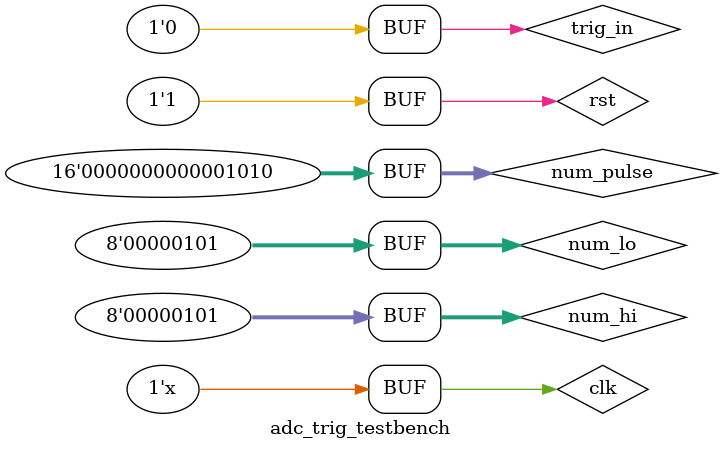
<source format=v>
`timescale 1ns / 1ps

module adc_trig_testbench( );
reg clk;
reg rst;
reg trig_in;
wire trig_out;
reg [7:0] num_lo=5;
reg [7:0] num_hi=5;
reg [15:0] num_pulse=10;

adc_triger testtrig(.clk(clk),
                  .rst(rst),
                  .trig_in(trig_in),
                  .trig_out(trig_out),
                  .num_lo(num_lo),
                  .num_hi(num_hi),
                  .num_pulse(num_pulse)
);

initial
begin 
    clk=1'b0;
    rst=1'b1;
    trig_in=1'b0;
    num_lo=5;
    num_hi=5;
    num_pulse=10;
    #10
    //rst=1'b0;
    #20
    rst=1'b1;
    #98
    trig_in=1'b1;
    #150
    trig_in=1'b0;
end

always
begin
   #5 
     clk=~clk;
end

endmodule
</source>
